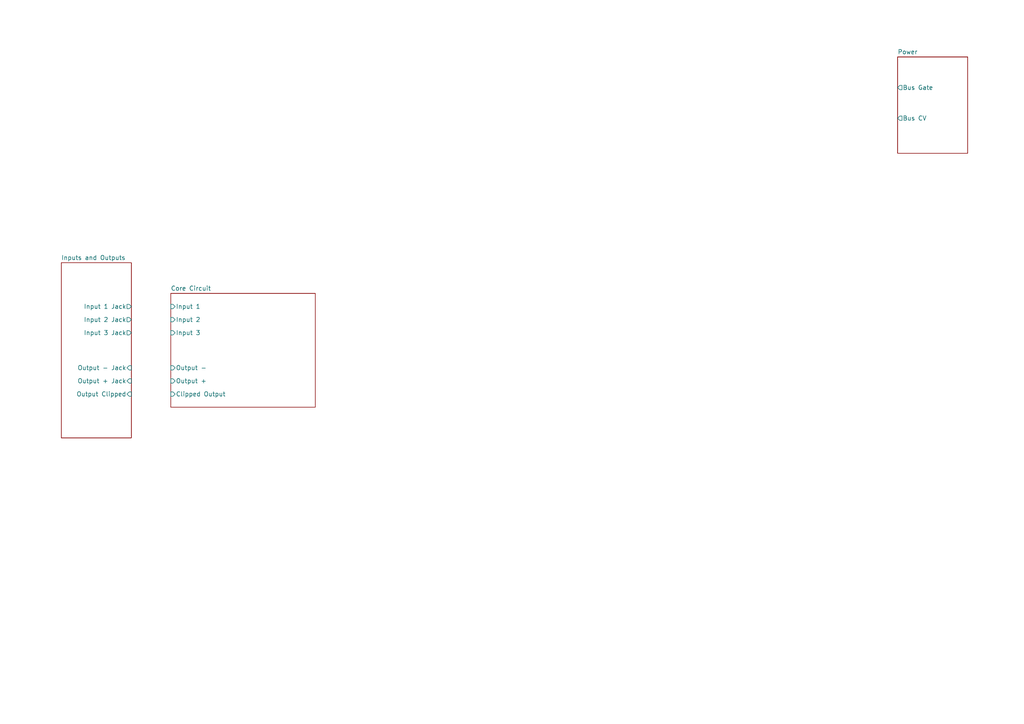
<source format=kicad_sch>
(kicad_sch
	(version 20231120)
	(generator "eeschema")
	(generator_version "8.0")
	(uuid "58f4306d-5387-4983-bb08-41a2313fd315")
	(paper "A4")
	(title_block
		(rev "1")
		(company "DMH Instruments")
		(comment 1 "PCB for 5 cm Kosmo format synthesizer module")
	)
	(lib_symbols)
	(sheet
		(at 260.35 16.51)
		(size 20.32 27.94)
		(fields_autoplaced yes)
		(stroke
			(width 0.1524)
			(type solid)
		)
		(fill
			(color 0 0 0 0.0000)
		)
		(uuid "0cdf34b2-39cd-4d9e-981a-97cd34791509")
		(property "Sheetname" "Power"
			(at 260.35 15.7984 0)
			(effects
				(font
					(size 1.27 1.27)
				)
				(justify left bottom)
			)
		)
		(property "Sheetfile" "Power.kicad_sch"
			(at 260.35 45.0346 0)
			(effects
				(font
					(size 1.27 1.27)
				)
				(justify left top)
				(hide yes)
			)
		)
		(pin "Bus Gate" output
			(at 260.35 25.4 180)
			(effects
				(font
					(size 1.27 1.27)
				)
				(justify left)
			)
			(uuid "35434339-bc2b-4868-9a18-95483283b276")
		)
		(pin "Bus CV" output
			(at 260.35 34.29 180)
			(effects
				(font
					(size 1.27 1.27)
				)
				(justify left)
			)
			(uuid "0197176f-d754-4695-b74f-89d14faa0aea")
		)
		(instances
			(project "DMH_Mixer_PCB"
				(path "/58f4306d-5387-4983-bb08-41a2313fd315"
					(page "4")
				)
			)
		)
	)
	(sheet
		(at 49.53 85.09)
		(size 41.91 33.02)
		(fields_autoplaced yes)
		(stroke
			(width 0.1524)
			(type solid)
		)
		(fill
			(color 0 0 0 0.0000)
		)
		(uuid "7ad2d702-dfb7-4d49-a82d-34430dd5948f")
		(property "Sheetname" "Core Circuit"
			(at 49.53 84.3784 0)
			(effects
				(font
					(size 1.27 1.27)
				)
				(justify left bottom)
			)
		)
		(property "Sheetfile" "Core_Circuit.kicad_sch"
			(at 49.53 118.6946 0)
			(effects
				(font
					(size 1.27 1.27)
				)
				(justify left top)
				(hide yes)
			)
		)
		(pin "Input 3" input
			(at 49.53 96.52 180)
			(effects
				(font
					(size 1.27 1.27)
				)
				(justify left)
			)
			(uuid "be713f0a-ed3d-49e2-bad2-a2824caf963d")
		)
		(pin "Input 1" input
			(at 49.53 88.9 180)
			(effects
				(font
					(size 1.27 1.27)
				)
				(justify left)
			)
			(uuid "87dacb03-5d5d-41ec-8d69-f24b10071057")
		)
		(pin "Input 2" input
			(at 49.53 92.71 180)
			(effects
				(font
					(size 1.27 1.27)
				)
				(justify left)
			)
			(uuid "ff39cb94-c18b-4348-bcbb-f53ab4becba5")
		)
		(pin "Clipped Output" input
			(at 49.53 114.3 180)
			(effects
				(font
					(size 1.27 1.27)
				)
				(justify left)
			)
			(uuid "b44b7087-031a-4d0c-8640-236e6277d7cf")
		)
		(pin "Output +" input
			(at 49.53 110.49 180)
			(effects
				(font
					(size 1.27 1.27)
				)
				(justify left)
			)
			(uuid "e5652c30-cf4f-4f9e-a8bc-373cfe0d9098")
		)
		(pin "Output -" input
			(at 49.53 106.68 180)
			(effects
				(font
					(size 1.27 1.27)
				)
				(justify left)
			)
			(uuid "9cbc8a23-9d90-4060-b4dc-48d6ecf3bf15")
		)
		(instances
			(project "DMH_Mixer_PCB"
				(path "/58f4306d-5387-4983-bb08-41a2313fd315"
					(page "3")
				)
			)
		)
	)
	(sheet
		(at 17.78 76.2)
		(size 20.32 50.8)
		(fields_autoplaced yes)
		(stroke
			(width 0.1524)
			(type solid)
		)
		(fill
			(color 0 0 0 0.0000)
		)
		(uuid "ce3fef8b-9f1d-4178-b50b-4a046c030679")
		(property "Sheetname" "Inputs and Outputs"
			(at 17.78 75.4884 0)
			(effects
				(font
					(size 1.27 1.27)
				)
				(justify left bottom)
			)
		)
		(property "Sheetfile" "Inputs_and_Outputs.kicad_sch"
			(at 17.78 127.5846 0)
			(effects
				(font
					(size 1.27 1.27)
				)
				(justify left top)
				(hide yes)
			)
		)
		(pin "Input 1 Jack" output
			(at 38.1 88.9 0)
			(effects
				(font
					(size 1.27 1.27)
				)
				(justify right)
			)
			(uuid "7b617360-e3e5-4b1f-b53f-3c4c9962eeea")
		)
		(pin "Input 2 Jack" output
			(at 38.1 92.71 0)
			(effects
				(font
					(size 1.27 1.27)
				)
				(justify right)
			)
			(uuid "3b21ea09-a165-4621-976d-618d1fe43361")
		)
		(pin "Input 3 Jack" output
			(at 38.1 96.52 0)
			(effects
				(font
					(size 1.27 1.27)
				)
				(justify right)
			)
			(uuid "adc5b924-f388-466a-a9ba-ec9278fe912f")
		)
		(pin "Output - Jack" input
			(at 38.1 106.68 0)
			(effects
				(font
					(size 1.27 1.27)
				)
				(justify right)
			)
			(uuid "2bcb9e34-83c9-4b86-bcce-78c0146b1687")
		)
		(pin "Output + Jack" input
			(at 38.1 110.49 0)
			(effects
				(font
					(size 1.27 1.27)
				)
				(justify right)
			)
			(uuid "9c2361d8-21f6-459b-a5c3-814c783b040b")
		)
		(pin "Output Clipped" input
			(at 38.1 114.3 0)
			(effects
				(font
					(size 1.27 1.27)
				)
				(justify right)
			)
			(uuid "0ec817d7-57d0-497a-a723-53ea6e9c7180")
		)
		(instances
			(project "DMH_Mixer_PCB"
				(path "/58f4306d-5387-4983-bb08-41a2313fd315"
					(page "2")
				)
			)
		)
	)
	(sheet_instances
		(path "/"
			(page "1")
		)
	)
)

</source>
